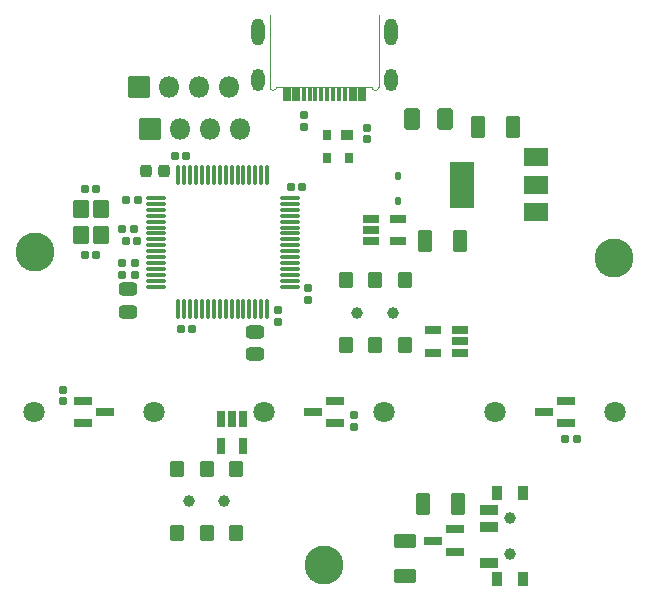
<source format=gbr>
%TF.GenerationSoftware,KiCad,Pcbnew,(7.0.0-0)*%
%TF.CreationDate,2023-03-25T22:40:13-05:00*%
%TF.ProjectId,RP2040_minimal,52503230-3430-45f6-9d69-6e696d616c2e,REV1*%
%TF.SameCoordinates,Original*%
%TF.FileFunction,Soldermask,Top*%
%TF.FilePolarity,Negative*%
%FSLAX46Y46*%
G04 Gerber Fmt 4.6, Leading zero omitted, Abs format (unit mm)*
G04 Created by KiCad (PCBNEW (7.0.0-0)) date 2023-03-25 22:40:13*
%MOMM*%
%LPD*%
G01*
G04 APERTURE LIST*
G04 Aperture macros list*
%AMRoundRect*
0 Rectangle with rounded corners*
0 $1 Rounding radius*
0 $2 $3 $4 $5 $6 $7 $8 $9 X,Y pos of 4 corners*
0 Add a 4 corners polygon primitive as box body*
4,1,4,$2,$3,$4,$5,$6,$7,$8,$9,$2,$3,0*
0 Add four circle primitives for the rounded corners*
1,1,$1+$1,$2,$3*
1,1,$1+$1,$4,$5*
1,1,$1+$1,$6,$7*
1,1,$1+$1,$8,$9*
0 Add four rect primitives between the rounded corners*
20,1,$1+$1,$2,$3,$4,$5,0*
20,1,$1+$1,$4,$5,$6,$7,0*
20,1,$1+$1,$6,$7,$8,$9,0*
20,1,$1+$1,$8,$9,$2,$3,0*%
G04 Aperture macros list end*
%TA.AperFunction,Profile*%
%ADD10C,0.120000*%
%TD*%
%ADD11RoundRect,0.191000X0.140000X0.170000X-0.140000X0.170000X-0.140000X-0.170000X0.140000X-0.170000X0*%
%ADD12RoundRect,0.201000X0.512500X0.150000X-0.512500X0.150000X-0.512500X-0.150000X0.512500X-0.150000X0*%
%ADD13RoundRect,0.301000X0.475000X-0.250000X0.475000X0.250000X-0.475000X0.250000X-0.475000X-0.250000X0*%
%ADD14RoundRect,0.276000X0.225000X0.250000X-0.225000X0.250000X-0.225000X-0.250000X0.225000X-0.250000X0*%
%ADD15RoundRect,0.201000X-0.512500X-0.150000X0.512500X-0.150000X0.512500X0.150000X-0.512500X0.150000X0*%
%ADD16RoundRect,0.051000X0.300000X0.575000X-0.300000X0.575000X-0.300000X-0.575000X0.300000X-0.575000X0*%
%ADD17RoundRect,0.051000X0.150000X0.575000X-0.150000X0.575000X-0.150000X-0.575000X0.150000X-0.575000X0*%
%ADD18O,1.102000X1.902000*%
%ADD19O,1.102000X2.302000*%
%ADD20RoundRect,0.051000X0.400000X-0.500000X0.400000X0.500000X-0.400000X0.500000X-0.400000X-0.500000X0*%
%ADD21C,1.002000*%
%ADD22RoundRect,0.051000X0.750000X-0.350000X0.750000X0.350000X-0.750000X0.350000X-0.750000X-0.350000X0*%
%ADD23RoundRect,0.201000X0.587500X0.150000X-0.587500X0.150000X-0.587500X-0.150000X0.587500X-0.150000X0*%
%ADD24RoundRect,0.051000X-0.600000X0.700000X-0.600000X-0.700000X0.600000X-0.700000X0.600000X0.700000X0*%
%ADD25RoundRect,0.050000X0.500000X0.350000X-0.500000X0.350000X-0.500000X-0.350000X0.500000X-0.350000X0*%
%ADD26RoundRect,0.050000X0.300000X0.350000X-0.300000X0.350000X-0.300000X-0.350000X0.300000X-0.350000X0*%
%ADD27RoundRect,0.301000X-0.325000X-0.650000X0.325000X-0.650000X0.325000X0.650000X-0.325000X0.650000X0*%
%ADD28RoundRect,0.191000X-0.170000X0.140000X-0.170000X-0.140000X0.170000X-0.140000X0.170000X0.140000X0*%
%ADD29RoundRect,0.301000X-0.650000X0.325000X-0.650000X-0.325000X0.650000X-0.325000X0.650000X0.325000X0*%
%ADD30RoundRect,0.051000X0.500000X0.600000X-0.500000X0.600000X-0.500000X-0.600000X0.500000X-0.600000X0*%
%ADD31RoundRect,0.051000X1.000000X0.750000X-1.000000X0.750000X-1.000000X-0.750000X1.000000X-0.750000X0*%
%ADD32RoundRect,0.051000X1.000000X1.900000X-1.000000X1.900000X-1.000000X-1.900000X1.000000X-1.900000X0*%
%ADD33RoundRect,0.191000X0.170000X-0.140000X0.170000X0.140000X-0.170000X0.140000X-0.170000X-0.140000X0*%
%ADD34RoundRect,0.301000X0.325000X0.650000X-0.325000X0.650000X-0.325000X-0.650000X0.325000X-0.650000X0*%
%ADD35RoundRect,0.051000X-0.500000X-0.600000X0.500000X-0.600000X0.500000X0.600000X-0.500000X0.600000X0*%
%ADD36RoundRect,0.191000X-0.140000X-0.170000X0.140000X-0.170000X0.140000X0.170000X-0.140000X0.170000X0*%
%ADD37RoundRect,0.051000X0.850000X-0.850000X0.850000X0.850000X-0.850000X0.850000X-0.850000X-0.850000X0*%
%ADD38O,1.802000X1.802000*%
%ADD39RoundRect,0.186000X0.135000X0.185000X-0.135000X0.185000X-0.135000X-0.185000X0.135000X-0.185000X0*%
%ADD40RoundRect,0.201000X-0.150000X0.512500X-0.150000X-0.512500X0.150000X-0.512500X0.150000X0.512500X0*%
%ADD41RoundRect,0.163500X0.112500X-0.187500X0.112500X0.187500X-0.112500X0.187500X-0.112500X-0.187500X0*%
%ADD42RoundRect,0.201000X-0.587500X-0.150000X0.587500X-0.150000X0.587500X0.150000X-0.587500X0.150000X0*%
%ADD43RoundRect,0.186000X0.185000X-0.135000X0.185000X0.135000X-0.185000X0.135000X-0.185000X-0.135000X0*%
%ADD44RoundRect,0.126000X-0.700000X-0.075000X0.700000X-0.075000X0.700000X0.075000X-0.700000X0.075000X0*%
%ADD45RoundRect,0.126000X-0.075000X-0.700000X0.075000X-0.700000X0.075000X0.700000X-0.075000X0.700000X0*%
%ADD46RoundRect,0.301000X-0.375000X-0.625000X0.375000X-0.625000X0.375000X0.625000X-0.375000X0.625000X0*%
%ADD47RoundRect,0.301000X-0.475000X0.250000X-0.475000X-0.250000X0.475000X-0.250000X0.475000X0.250000X0*%
%ADD48C,3.302000*%
%ADD49C,1.802000*%
G04 APERTURE END LIST*
D10*
%TO.C,P1*%
X4620000Y27520000D02*
X4625000Y33620000D01*
X4025000Y27495000D02*
X-4025000Y27495000D01*
X-4620000Y27520000D02*
X-4625000Y33620000D01*
X4025000Y27495000D02*
G75*
G03*
X4620000Y27520000I297500J12500D01*
G01*
X-4620000Y27520000D02*
G75*
G03*
X-4025000Y27495000I297500J-12500D01*
G01*
%TD*%
D11*
%TO.C,C13*%
X-15850000Y14430000D03*
X-16810000Y14430000D03*
%TD*%
D12*
%TO.C,U6*%
X11497500Y5020000D03*
X11497500Y5970000D03*
X11497500Y6920000D03*
X9222500Y6920000D03*
X9222500Y5020000D03*
%TD*%
D13*
%TO.C,FB1*%
X-16630000Y8460000D03*
X-16630000Y10360000D03*
%TD*%
D14*
%TO.C,C1*%
X-13575000Y20400000D03*
X-15125000Y20400000D03*
%TD*%
D15*
%TO.C,Q1*%
X3970000Y16365000D03*
X3970000Y15415000D03*
X3970000Y14465000D03*
X6245000Y14465000D03*
X6245000Y16365000D03*
%TD*%
D16*
%TO.C,P1*%
X3200000Y26895000D03*
X2400000Y26895000D03*
D17*
X1250000Y26895000D03*
X250000Y26895000D03*
X-250000Y26895000D03*
X-1250000Y26895000D03*
D16*
X-2400000Y26895000D03*
X-3200000Y26895000D03*
X-3200000Y26895000D03*
X-2400000Y26895000D03*
D17*
X-1750000Y26895000D03*
X-750000Y26895000D03*
X750000Y26895000D03*
X1750000Y26895000D03*
D16*
X2400000Y26895000D03*
X3200000Y26895000D03*
D18*
X5619999Y28119999D03*
D19*
X5619999Y32119999D03*
D18*
X-5619999Y28119999D03*
D19*
X-5619999Y32119999D03*
%TD*%
D11*
%TO.C,C5*%
X-11165000Y7000000D03*
X-12125000Y7000000D03*
%TD*%
D20*
%TO.C,SW1*%
X14600000Y-14170000D03*
X16810000Y-14170000D03*
D21*
X15710000Y-12020000D03*
X15710000Y-9020000D03*
D20*
X14600000Y-6870000D03*
X16810000Y-6870000D03*
D22*
X13950000Y-12770000D03*
X13950000Y-9770000D03*
X13950000Y-8270000D03*
%TD*%
D23*
%TO.C,U9*%
X20437500Y-950000D03*
X20437500Y950000D03*
X18562500Y0D03*
%TD*%
%TO.C,U2*%
X11037500Y-11860000D03*
X11037500Y-9960000D03*
X9162500Y-10910000D03*
%TD*%
D24*
%TO.C,Y1*%
X-20610000Y17205000D03*
X-20610000Y15005000D03*
X-18910000Y15005000D03*
X-18910000Y17205000D03*
%TD*%
D25*
%TO.C,U3*%
X1910000Y23480000D03*
D26*
X210000Y23480000D03*
X210000Y21480000D03*
X2110000Y21480000D03*
%TD*%
D27*
%TO.C,C9*%
X13015000Y24090000D03*
X15965000Y24090000D03*
%TD*%
D11*
%TO.C,C2*%
X-15810000Y17900000D03*
X-16770000Y17900000D03*
%TD*%
D28*
%TO.C,R1*%
X3600000Y24065000D03*
X3600000Y23105000D03*
%TD*%
D29*
%TO.C,C11*%
X6872500Y-10925000D03*
X6872500Y-13875000D03*
%TD*%
D21*
%TO.C,SW4*%
X5800000Y8370000D03*
X2800000Y8370000D03*
D30*
X6800000Y5620000D03*
X4300000Y5620000D03*
X1800000Y5620000D03*
X6800000Y11120000D03*
X4300000Y11120000D03*
X1800000Y11120000D03*
%TD*%
D31*
%TO.C,U1*%
X17940000Y16940000D03*
X17940000Y19240000D03*
D32*
X11640000Y19240000D03*
D31*
X17940000Y21540000D03*
%TD*%
D28*
%TO.C,C17*%
X-22120000Y1890000D03*
X-22120000Y930000D03*
%TD*%
D33*
%TO.C,C8*%
X-16070000Y11610000D03*
X-16070000Y12570000D03*
%TD*%
D34*
%TO.C,C10*%
X11455000Y14490000D03*
X8505000Y14490000D03*
%TD*%
D21*
%TO.C,SW2*%
X-11460000Y-7550000D03*
X-8460000Y-7550000D03*
D35*
X-12460000Y-4800000D03*
X-9960000Y-4800000D03*
X-7460000Y-4800000D03*
X-12460000Y-10300000D03*
X-9960000Y-10300000D03*
X-7460000Y-10300000D03*
%TD*%
D36*
%TO.C,C3*%
X-12675000Y21630000D03*
X-11715000Y21630000D03*
%TD*%
D37*
%TO.C,J2*%
X-15680000Y27525000D03*
D38*
X-13139999Y27524999D03*
X-10599999Y27524999D03*
X-8059999Y27524999D03*
%TD*%
D39*
%TO.C,R5*%
X-16150000Y15490000D03*
X-17170000Y15490000D03*
%TD*%
D23*
%TO.C,U8*%
X937500Y-950000D03*
X937500Y950000D03*
X-937500Y0D03*
%TD*%
D36*
%TO.C,C6*%
X-2850000Y19020000D03*
X-1890000Y19020000D03*
%TD*%
D33*
%TO.C,C19*%
X2510000Y-1260000D03*
X2510000Y-300000D03*
%TD*%
D40*
%TO.C,U4*%
X-6875000Y-600000D03*
X-7825000Y-600000D03*
X-8775000Y-600000D03*
X-8775000Y-2875000D03*
X-6875000Y-2875000D03*
%TD*%
D41*
%TO.C,D1*%
X6240000Y17825000D03*
X6240000Y19925000D03*
%TD*%
D42*
%TO.C,U7*%
X-20437500Y950000D03*
X-20437500Y-950000D03*
X-18562500Y0D03*
%TD*%
D28*
%TO.C,R2*%
X-1758000Y25097000D03*
X-1758000Y24137000D03*
%TD*%
D43*
%TO.C,R4*%
X-1340000Y9450000D03*
X-1340000Y10470000D03*
%TD*%
D33*
%TO.C,C7*%
X-17150000Y11620000D03*
X-17150000Y12580000D03*
%TD*%
D11*
%TO.C,C18*%
X21360000Y-2340000D03*
X20400000Y-2340000D03*
%TD*%
D34*
%TO.C,C12*%
X11307500Y-7830000D03*
X8357500Y-7830000D03*
%TD*%
D11*
%TO.C,C15*%
X-19290000Y13245000D03*
X-20250000Y13245000D03*
%TD*%
D28*
%TO.C,C4*%
X-3890000Y8591041D03*
X-3890000Y7631041D03*
%TD*%
D36*
%TO.C,C14*%
X-20250000Y18855000D03*
X-19290000Y18855000D03*
%TD*%
D44*
%TO.C,U5*%
X-14275000Y18100000D03*
X-14275000Y17600000D03*
X-14275000Y17100000D03*
X-14275000Y16600000D03*
X-14275000Y16100000D03*
X-14275000Y15600000D03*
X-14275000Y15100000D03*
X-14275000Y14600000D03*
X-14275000Y14100000D03*
X-14275000Y13600000D03*
X-14275000Y13100000D03*
X-14275000Y12600000D03*
X-14275000Y12100000D03*
X-14275000Y11600000D03*
X-14275000Y11100000D03*
X-14275000Y10600000D03*
D45*
X-12350000Y8675000D03*
X-11850000Y8675000D03*
X-11350000Y8675000D03*
X-10850000Y8675000D03*
X-10350000Y8675000D03*
X-9850000Y8675000D03*
X-9350000Y8675000D03*
X-8850000Y8675000D03*
X-8350000Y8675000D03*
X-7850000Y8675000D03*
X-7350000Y8675000D03*
X-6850000Y8675000D03*
X-6350000Y8675000D03*
X-5850000Y8675000D03*
X-5350000Y8675000D03*
X-4850000Y8675000D03*
D44*
X-2925000Y10600000D03*
X-2925000Y11100000D03*
X-2925000Y11600000D03*
X-2925000Y12100000D03*
X-2925000Y12600000D03*
X-2925000Y13100000D03*
X-2925000Y13600000D03*
X-2925000Y14100000D03*
X-2925000Y14600000D03*
X-2925000Y15100000D03*
X-2925000Y15600000D03*
X-2925000Y16100000D03*
X-2925000Y16600000D03*
X-2925000Y17100000D03*
X-2925000Y17600000D03*
X-2925000Y18100000D03*
D45*
X-4850000Y20025000D03*
X-5350000Y20025000D03*
X-5850000Y20025000D03*
X-6350000Y20025000D03*
X-6850000Y20025000D03*
X-7350000Y20025000D03*
X-7850000Y20025000D03*
X-8350000Y20025000D03*
X-8850000Y20025000D03*
X-9350000Y20025000D03*
X-9850000Y20025000D03*
X-10350000Y20025000D03*
X-10850000Y20025000D03*
X-11350000Y20025000D03*
X-11850000Y20025000D03*
X-12350000Y20025000D03*
%TD*%
D37*
%TO.C,J1*%
X-14740000Y23910000D03*
D38*
X-12199999Y23909999D03*
X-9659999Y23909999D03*
X-7119999Y23909999D03*
%TD*%
D46*
%TO.C,F1*%
X7450000Y24770000D03*
X10250000Y24770000D03*
%TD*%
D47*
%TO.C,C16*%
X-5840000Y6761041D03*
X-5840000Y4861041D03*
%TD*%
D48*
%TO.C,H3*%
X0Y-13000000D03*
%TD*%
D49*
%TO.C,REF\u002A\u002A*%
X24580000Y0D03*
X14420000Y0D03*
%TD*%
%TO.C,REF\u002A\u002A*%
X5080000Y0D03*
X-5080000Y0D03*
%TD*%
D48*
%TO.C,H2*%
X-24500000Y13500000D03*
%TD*%
%TO.C,H1*%
X24500000Y13000000D03*
%TD*%
D49*
%TO.C,REF\u002A\u002A*%
X-14420000Y0D03*
X-24580000Y0D03*
%TD*%
M02*

</source>
